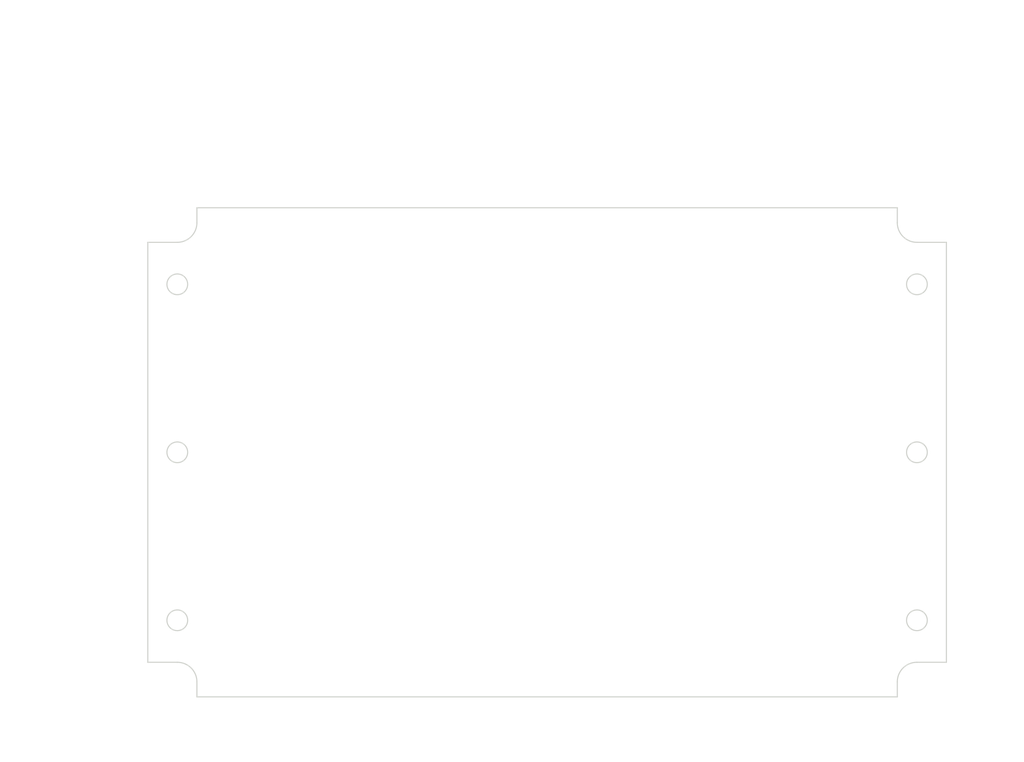
<source format=kicad_pcb>
(kicad_pcb (version 20171130) (host pcbnew "(5.1.0)-1")

  (general
    (thickness 1.6)
    (drawings 67)
    (tracks 0)
    (zones 0)
    (modules 0)
    (nets 1)
  )

  (page A4)
  (layers
    (0 F.Cu signal)
    (31 B.Cu signal)
    (32 B.Adhes user)
    (33 F.Adhes user)
    (34 B.Paste user)
    (35 F.Paste user)
    (36 B.SilkS user)
    (37 F.SilkS user)
    (38 B.Mask user)
    (39 F.Mask user)
    (40 Dwgs.User user)
    (41 Cmts.User user)
    (42 Eco1.User user)
    (43 Eco2.User user)
    (44 Edge.Cuts user)
    (45 Margin user)
    (46 B.CrtYd user)
    (47 F.CrtYd user)
    (48 B.Fab user)
    (49 F.Fab user)
  )

  (setup
    (last_trace_width 0.25)
    (trace_clearance 0.2)
    (zone_clearance 0.508)
    (zone_45_only no)
    (trace_min 0.2)
    (via_size 0.8)
    (via_drill 0.4)
    (via_min_size 0.4)
    (via_min_drill 0.3)
    (uvia_size 0.3)
    (uvia_drill 0.1)
    (uvias_allowed no)
    (uvia_min_size 0.2)
    (uvia_min_drill 0.1)
    (edge_width 0.05)
    (segment_width 0.2)
    (pcb_text_width 0.3)
    (pcb_text_size 1.5 1.5)
    (mod_edge_width 0.12)
    (mod_text_size 1 1)
    (mod_text_width 0.15)
    (pad_size 1.524 1.524)
    (pad_drill 0.762)
    (pad_to_mask_clearance 0.051)
    (solder_mask_min_width 0.25)
    (aux_axis_origin 0 0)
    (visible_elements FFFFFF7F)
    (pcbplotparams
      (layerselection 0x010fc_ffffffff)
      (usegerberextensions false)
      (usegerberattributes false)
      (usegerberadvancedattributes false)
      (creategerberjobfile false)
      (excludeedgelayer true)
      (linewidth 0.152400)
      (plotframeref false)
      (viasonmask false)
      (mode 1)
      (useauxorigin false)
      (hpglpennumber 1)
      (hpglpenspeed 20)
      (hpglpendiameter 15.000000)
      (psnegative false)
      (psa4output false)
      (plotreference true)
      (plotvalue true)
      (plotinvisibletext false)
      (padsonsilk false)
      (subtractmaskfromsilk false)
      (outputformat 1)
      (mirror false)
      (drillshape 1)
      (scaleselection 1)
      (outputdirectory ""))
  )

  (net 0 "")

  (net_class Default "This is the default net class."
    (clearance 0.2)
    (trace_width 0.25)
    (via_dia 0.8)
    (via_drill 0.4)
    (uvia_dia 0.3)
    (uvia_drill 0.1)
  )

  (gr_line (start 91.367795 146.247605) (end 91.367795 143.573001) (layer Edge.Cuts) (width 0.2))
  (gr_arc (start 87.867795 143.573001) (end 91.367795 143.573001) (angle -90) (layer Edge.Cuts) (width 0.2))
  (gr_line (start 87.867795 140.073001) (end 82.604456 140.073001) (layer Edge.Cuts) (width 0.2))
  (gr_line (start 82.604456 140.073001) (end 82.604456 65.073001) (layer Edge.Cuts) (width 0.2))
  (gr_circle (center 87.867795 102.573001) (end 89.717795 102.573001) (layer Edge.Cuts) (width 0.2))
  (gr_line (start 91.367795 146.247605) (end 216.367795 146.247605) (layer Edge.Cuts) (width 0.2))
  (gr_circle (center 87.867795 132.573001) (end 89.717795 132.573001) (layer Edge.Cuts) (width 0.2))
  (gr_line (start 91.367795 58.898397) (end 91.367795 61.573001) (layer Edge.Cuts) (width 0.2))
  (gr_arc (start 87.867795 61.573001) (end 87.867795 65.073001) (angle -90) (layer Edge.Cuts) (width 0.2))
  (gr_line (start 87.867795 65.073001) (end 82.604456 65.073001) (layer Edge.Cuts) (width 0.2))
  (gr_line (start 216.367795 58.898397) (end 91.367795 58.898397) (layer Edge.Cuts) (width 0.2))
  (gr_circle (center 87.867795 72.573001) (end 89.717795 72.573001) (layer Edge.Cuts) (width 0.2))
  (gr_line (start 216.367795 146.247605) (end 216.367795 143.573001) (layer Edge.Cuts) (width 0.2))
  (gr_arc (start 219.867795 143.573001) (end 219.867795 140.073001) (angle -90) (layer Edge.Cuts) (width 0.2))
  (gr_line (start 219.867795 140.073001) (end 225.131134 140.073001) (layer Edge.Cuts) (width 0.2))
  (gr_line (start 225.131134 140.073001) (end 225.131134 65.073001) (layer Edge.Cuts) (width 0.2))
  (gr_circle (center 219.867795 102.573001) (end 221.717795 102.573001) (layer Edge.Cuts) (width 0.2))
  (gr_circle (center 219.867795 132.573001) (end 221.717795 132.573001) (layer Edge.Cuts) (width 0.2))
  (gr_line (start 216.367795 58.898397) (end 216.367795 61.573001) (layer Edge.Cuts) (width 0.2))
  (gr_arc (start 219.867795 61.573001) (end 216.367795 61.573001) (angle -90) (layer Edge.Cuts) (width 0.2))
  (gr_line (start 219.867795 65.073001) (end 225.131134 65.073001) (layer Edge.Cuts) (width 0.2))
  (gr_circle (center 219.867795 72.573001) (end 221.717795 72.573001) (layer Edge.Cuts) (width 0.2))
  (gr_text [R0.14] (at 229.932419 153.485705) (layer Dwgs.User)
    (effects (font (size 1.7 1.53) (thickness 0.2125)))
  )
  (gr_text " R3.50" (at 229.932419 149.92769) (layer Dwgs.User)
    (effects (font (size 1.7 1.53) (thickness 0.2125)))
  )
  (gr_line (start 223.336889 151.596244) (end 219.272489 142.196189) (layer Dwgs.User) (width 0.2))
  (gr_line (start 225.461649 151.596244) (end 223.336889 151.596244) (layer Dwgs.User) (width 0.2))
  (gr_line (start 219.867795 132.663001) (end 219.867795 132.483001) (layer Dwgs.User) (width 0.2))
  (gr_line (start 219.777795 132.573001) (end 219.957795 132.573001) (layer Dwgs.User) (width 0.2))
  (gr_text " ∅3.70\n[∅0.15]" (at 234.198079 137.920446) (layer Dwgs.User)
    (effects (font (size 1.7 1.53) (thickness 0.2125)))
  )
  (gr_line (start 227.66121 137.920446) (end 223.042357 134.751224) (layer Dwgs.User) (width 0.2))
  (gr_line (start 229.66121 137.920446) (end 227.66121 137.920446) (layer Dwgs.User) (width 0.2))
  (gr_text [2.36] (at 232.48465 104.462462) (layer Dwgs.User)
    (effects (font (size 1.7 1.53) (thickness 0.2125)))
  )
  (gr_text " 60.00" (at 232.48465 100.905027) (layer Dwgs.User)
    (effects (font (size 1.7 1.53) (thickness 0.2125)))
  )
  (gr_line (start 232.48465 130.573001) (end 232.48465 106.130436) (layer Dwgs.User) (width 0.2))
  (gr_line (start 232.48465 74.573001) (end 232.48465 99.015566) (layer Dwgs.User) (width 0.2))
  (gr_line (start 220.867795 132.573001) (end 235.65965 132.573001) (layer Dwgs.User) (width 0.2))
  (gr_line (start 220.867795 72.573001) (end 235.65965 72.573001) (layer Dwgs.User) (width 0.2))
  (gr_text [5.20] (at 153.867795 156.462462) (layer Dwgs.User)
    (effects (font (size 1.7 1.53) (thickness 0.2125)))
  )
  (gr_text " 132.00" (at 153.867795 152.904447) (layer Dwgs.User)
    (effects (font (size 1.7 1.53) (thickness 0.2125)))
  )
  (gr_line (start 217.867795 154.573001) (end 158.572809 154.573001) (layer Dwgs.User) (width 0.2))
  (gr_line (start 89.867795 154.573001) (end 149.162781 154.573001) (layer Dwgs.User) (width 0.2))
  (gr_line (start 219.867795 133.573001) (end 219.867795 157.748001) (layer Dwgs.User) (width 0.2))
  (gr_line (start 87.867795 133.573001) (end 87.867795 157.748001) (layer Dwgs.User) (width 0.2))
  (gr_text [3.44] (at 60.252568 104.462462) (layer Dwgs.User)
    (effects (font (size 1.7 1.53) (thickness 0.2125)))
  )
  (gr_text " 87.35" (at 60.252568 100.904447) (layer Dwgs.User)
    (effects (font (size 1.7 1.53) (thickness 0.2125)))
  )
  (gr_line (start 60.252568 144.247605) (end 60.252568 106.131016) (layer Dwgs.User) (width 0.2))
  (gr_line (start 60.252568 60.898397) (end 60.252568 99.014986) (layer Dwgs.User) (width 0.2))
  (gr_line (start 90.367795 146.247605) (end 57.077568 146.247605) (layer Dwgs.User) (width 0.2))
  (gr_line (start 90.367795 58.898397) (end 57.077568 58.898397) (layer Dwgs.User) (width 0.2))
  (gr_text [5.61] (at 153.867795 26.962462) (layer Dwgs.User)
    (effects (font (size 1.7 1.53) (thickness 0.2125)))
  )
  (gr_text " 142.53" (at 153.867795 23.404447) (layer Dwgs.User)
    (effects (font (size 1.7 1.53) (thickness 0.2125)))
  )
  (gr_line (start 223.131134 25.073001) (end 158.575708 25.073001) (layer Dwgs.User) (width 0.2))
  (gr_line (start 84.604456 25.073001) (end 149.159882 25.073001) (layer Dwgs.User) (width 0.2))
  (gr_line (start 225.131134 64.073001) (end 225.131134 21.898001) (layer Dwgs.User) (width 0.2))
  (gr_line (start 82.604456 64.073001) (end 82.604456 21.898001) (layer Dwgs.User) (width 0.2))
  (gr_text [4.92] (at 153.867795 38.18194) (layer Dwgs.User)
    (effects (font (size 1.7 1.53) (thickness 0.2125)))
  )
  (gr_text " 125.00" (at 153.867795 34.624504) (layer Dwgs.User)
    (effects (font (size 1.7 1.53) (thickness 0.2125)))
  )
  (gr_line (start 93.367795 36.292478) (end 149.162781 36.292478) (layer Dwgs.User) (width 0.2))
  (gr_line (start 214.367795 36.292478) (end 158.572809 36.292478) (layer Dwgs.User) (width 0.2))
  (gr_line (start 91.367795 57.898397) (end 91.367795 33.117478) (layer Dwgs.User) (width 0.2))
  (gr_line (start 216.367795 57.898397) (end 216.367795 33.117478) (layer Dwgs.User) (width 0.2))
  (gr_text [2.95] (at 72.604456 104.462462) (layer Dwgs.User)
    (effects (font (size 1.7 1.53) (thickness 0.2125)))
  )
  (gr_text " 75.00" (at 72.604456 100.905027) (layer Dwgs.User)
    (effects (font (size 1.7 1.53) (thickness 0.2125)))
  )
  (gr_line (start 72.604456 67.073001) (end 72.604456 99.015566) (layer Dwgs.User) (width 0.2))
  (gr_line (start 72.604456 138.073001) (end 72.604456 106.130436) (layer Dwgs.User) (width 0.2))
  (gr_line (start 81.604456 65.073001) (end 69.429456 65.073001) (layer Dwgs.User) (width 0.2))
  (gr_line (start 81.604456 140.073001) (end 69.429456 140.073001) (layer Dwgs.User) (width 0.2))

)

</source>
